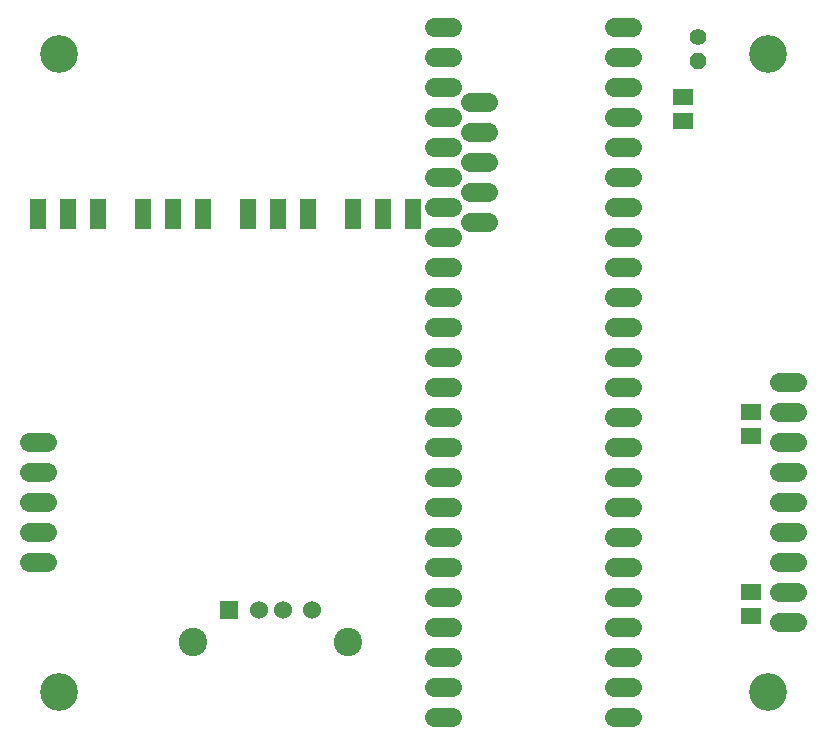
<source format=gbr>
G04 EAGLE Gerber RS-274X export*
G75*
%MOMM*%
%FSLAX34Y34*%
%LPD*%
%INSoldermask Top*%
%IPPOS*%
%AMOC8*
5,1,8,0,0,1.08239X$1,22.5*%
G01*
%ADD10C,3.201600*%
%ADD11P,1.539592X8X292.500000*%
%ADD12C,1.422400*%
%ADD13C,1.625600*%
%ADD14R,1.371600X2.641600*%
%ADD15R,1.701600X1.401600*%
%ADD16R,1.529600X1.529600*%
%ADD17C,1.529600*%
%ADD18C,2.401600*%


D10*
X42900Y40000D03*
X642900Y40000D03*
X42900Y580000D03*
X642900Y580000D03*
D11*
X584200Y574040D03*
D12*
X584200Y594360D03*
D13*
X375920Y603250D02*
X360680Y603250D01*
X360680Y577850D02*
X375920Y577850D01*
X375920Y552450D02*
X360680Y552450D01*
X360680Y527050D02*
X375920Y527050D01*
X375920Y501650D02*
X360680Y501650D01*
X360680Y476250D02*
X375920Y476250D01*
X375920Y450850D02*
X360680Y450850D01*
X360680Y425450D02*
X375920Y425450D01*
X375920Y400050D02*
X360680Y400050D01*
X360680Y374650D02*
X375920Y374650D01*
X375920Y349250D02*
X360680Y349250D01*
X360680Y323850D02*
X375920Y323850D01*
X375920Y298450D02*
X360680Y298450D01*
X360680Y273050D02*
X375920Y273050D01*
X375920Y247650D02*
X360680Y247650D01*
X360680Y222250D02*
X375920Y222250D01*
X375920Y196850D02*
X360680Y196850D01*
X360680Y171450D02*
X375920Y171450D01*
X375920Y146050D02*
X360680Y146050D01*
X360680Y120650D02*
X375920Y120650D01*
X375920Y95250D02*
X360680Y95250D01*
X360680Y69850D02*
X375920Y69850D01*
X375920Y44450D02*
X360680Y44450D01*
X360680Y19050D02*
X375920Y19050D01*
X513080Y603250D02*
X528320Y603250D01*
X528320Y577850D02*
X513080Y577850D01*
X513080Y552450D02*
X528320Y552450D01*
X528320Y527050D02*
X513080Y527050D01*
X513080Y501650D02*
X528320Y501650D01*
X528320Y476250D02*
X513080Y476250D01*
X513080Y450850D02*
X528320Y450850D01*
X528320Y425450D02*
X513080Y425450D01*
X513080Y400050D02*
X528320Y400050D01*
X528320Y374650D02*
X513080Y374650D01*
X513080Y349250D02*
X528320Y349250D01*
X528320Y323850D02*
X513080Y323850D01*
X513080Y298450D02*
X528320Y298450D01*
X528320Y273050D02*
X513080Y273050D01*
X513080Y247650D02*
X528320Y247650D01*
X528320Y222250D02*
X513080Y222250D01*
X513080Y196850D02*
X528320Y196850D01*
X528320Y171450D02*
X513080Y171450D01*
X513080Y146050D02*
X528320Y146050D01*
X528320Y120650D02*
X513080Y120650D01*
X513080Y95250D02*
X528320Y95250D01*
X528320Y69850D02*
X513080Y69850D01*
X513080Y44450D02*
X528320Y44450D01*
X528320Y19050D02*
X513080Y19050D01*
X33020Y251300D02*
X17780Y251300D01*
X17780Y225900D02*
X33020Y225900D01*
X33020Y200500D02*
X17780Y200500D01*
X17780Y175100D02*
X33020Y175100D01*
X33020Y149700D02*
X17780Y149700D01*
D14*
X25400Y444500D03*
X292100Y444500D03*
X317500Y444500D03*
X342900Y444500D03*
X50800Y444500D03*
X76200Y444500D03*
X114300Y444500D03*
X139700Y444500D03*
X165100Y444500D03*
X203200Y444500D03*
X228600Y444500D03*
X254000Y444500D03*
D13*
X652780Y98900D02*
X668020Y98900D01*
X668020Y124300D02*
X652780Y124300D01*
X652780Y149700D02*
X668020Y149700D01*
X668020Y175100D02*
X652780Y175100D01*
X652780Y200500D02*
X668020Y200500D01*
X668020Y225900D02*
X652780Y225900D01*
X652780Y251300D02*
X668020Y251300D01*
X668020Y276700D02*
X652780Y276700D01*
X652780Y302100D02*
X668020Y302100D01*
D15*
X628650Y276700D03*
X628650Y256700D03*
X628650Y104300D03*
X628650Y124300D03*
X571500Y543400D03*
X571500Y523400D03*
D13*
X406420Y539750D02*
X391180Y539750D01*
X391180Y514350D02*
X406420Y514350D01*
X406420Y488950D02*
X391180Y488950D01*
X391180Y463550D02*
X406420Y463550D01*
X406420Y438150D02*
X391180Y438150D01*
D16*
X187250Y109550D03*
D17*
X212250Y109550D03*
X232250Y109550D03*
X257250Y109550D03*
D18*
X156550Y82450D03*
X287950Y82450D03*
M02*

</source>
